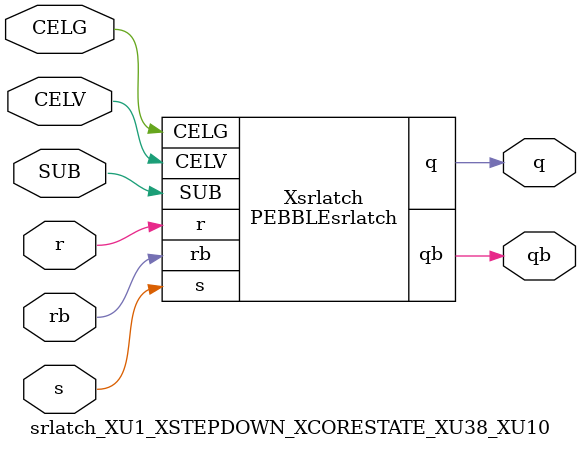
<source format=v>



module PEBBLEsrlatch ( q, qb, CELG, CELV, SUB, r, rb, s );

  input CELV;
  input s;
  output q;
  input rb;
  input r;
  input SUB;
  input CELG;
  output qb;
endmodule

//Celera Confidential Do Not Copy srlatch_XU1_XSTEPDOWN_XCORESTATE_XU38_XU10
//Celera Confidential Symbol Generator
//SR Latch
module srlatch_XU1_XSTEPDOWN_XCORESTATE_XU38_XU10 (CELV,CELG,s,r,rb,q,qb,SUB);
input CELV;
input CELG;
input s;
input r;
input rb;
input SUB;
output q;
output qb;

//Celera Confidential Do Not Copy srlatch
PEBBLEsrlatch Xsrlatch(
.CELV (CELV),
.r (r),
.s (s),
.q (q),
.qb (qb),
.rb (rb),
.SUB (SUB),
.CELG (CELG)
);
//,diesize,PEBBLEsrlatch

//Celera Confidential Do Not Copy Module End
//Celera Schematic Generator
endmodule

</source>
